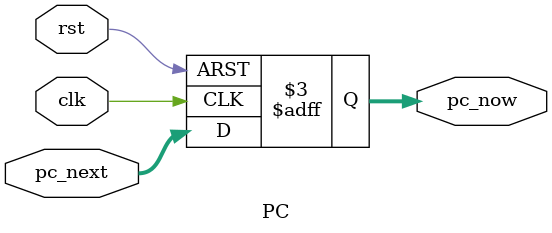
<source format=v>
`timescale 1ns / 1ps
module PC(
    input clk,
    input rst,
    input [31:0] pc_next,
    output reg [31:0] pc_now
    );

	reg tick;

always @(posedge clk or posedge rst) begin // the first pc is 4!!
	if(rst == 1'b1) begin
		pc_now = 32'b0;
		tick = 1;
	end
	else begin
		//tick = ~tick; // using double clk for feedback
		//if(tick)
		#10
			pc_now = pc_next;
	end
end





endmodule

</source>
